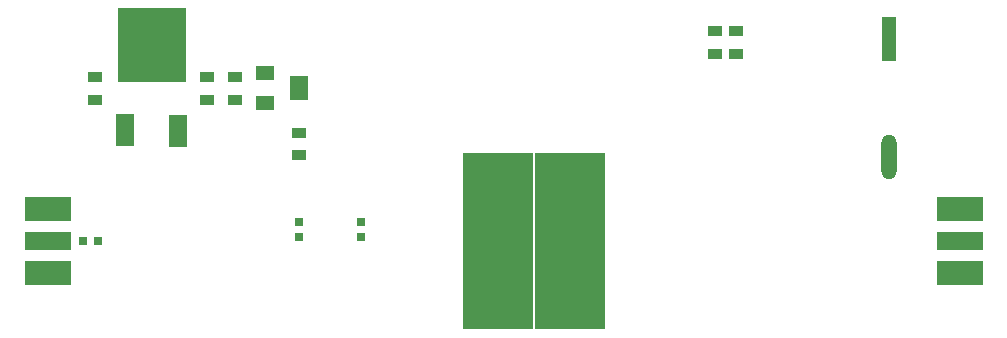
<source format=gtp>
G04*
G04 #@! TF.GenerationSoftware,Altium Limited,Altium Designer,22.0.2 (36)*
G04*
G04 Layer_Color=8421504*
%FSLAX25Y25*%
%MOIN*%
G70*
G04*
G04 #@! TF.SameCoordinates,04F3E7EA-1EC6-48BA-AAB6-D1FA50B40766*
G04*
G04*
G04 #@! TF.FilePolarity,Positive*
G04*
G01*
G75*
%ADD18R,0.06000X0.11000*%
%ADD19R,0.23000X0.24500*%
%ADD20R,0.05000X0.03500*%
%ADD21R,0.06299X0.05118*%
%ADD22R,0.06299X0.07874*%
%ADD23R,0.03000X0.03000*%
%ADD24R,0.23228X0.59055*%
%ADD25R,0.15748X0.07874*%
%ADD26R,0.15748X0.05906*%
%ADD27O,0.05118X0.14961*%
%ADD28R,0.05118X0.14961*%
%ADD29R,0.03000X0.03000*%
D18*
X34155Y108889D02*
D03*
X51955Y108789D02*
D03*
D19*
X43110Y137402D02*
D03*
D20*
X24212Y119095D02*
D03*
Y126575D02*
D03*
X70767Y119059D02*
D03*
Y126540D02*
D03*
X61614Y119095D02*
D03*
Y126575D02*
D03*
X92166Y108071D02*
D03*
Y100590D02*
D03*
X237795Y134449D02*
D03*
Y141929D02*
D03*
X230795Y134449D02*
D03*
Y141929D02*
D03*
D21*
X80866Y127874D02*
D03*
Y118032D02*
D03*
D22*
X92283Y122953D02*
D03*
D23*
X92126Y78346D02*
D03*
Y73228D02*
D03*
X112795Y78347D02*
D03*
Y73228D02*
D03*
D24*
X182480Y71850D02*
D03*
X158465D02*
D03*
D25*
X8465Y82480D02*
D03*
Y61221D02*
D03*
X312434D02*
D03*
Y82480D02*
D03*
D26*
X8465Y71850D02*
D03*
X312434D02*
D03*
D27*
X288976Y100000D02*
D03*
D28*
Y139370D02*
D03*
D29*
X25393Y71850D02*
D03*
X20275D02*
D03*
M02*

</source>
